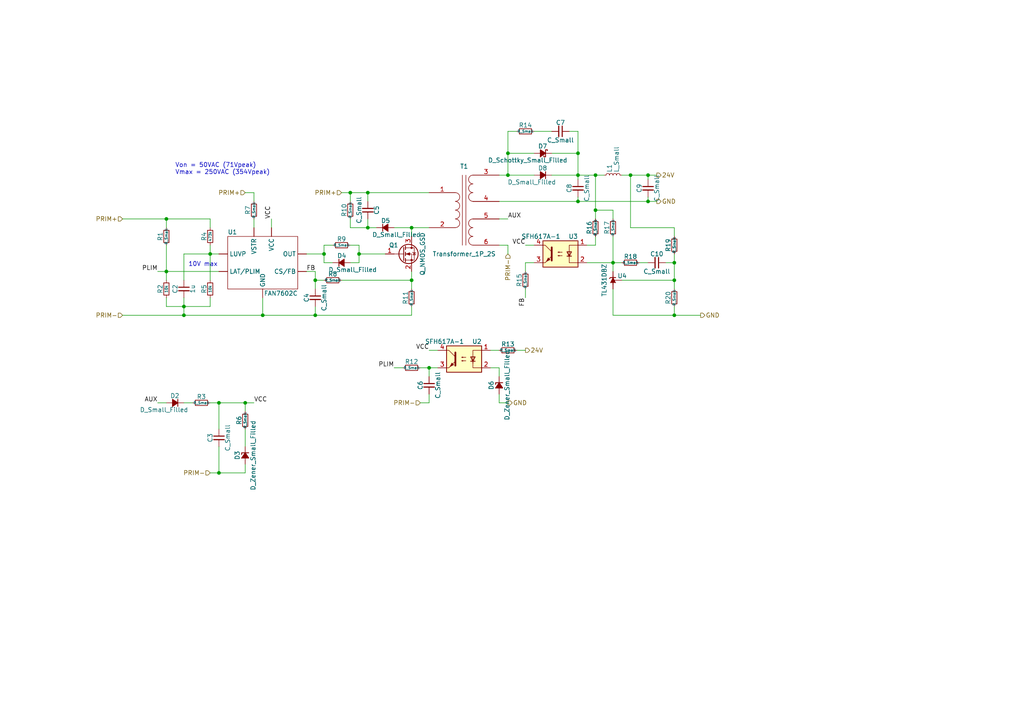
<source format=kicad_sch>
(kicad_sch (version 20211123) (generator eeschema)
  (paper "A4")
  (lib_symbols
    (symbol "DX-MON:FAN7602C" (pin_numbers hide)
      (property "Reference" "U" (at -10.16 8.89 0))
      (property "Value" "FAN7602C" (at 10.16 -8.89 0))
      (symbol "FAN7602C_0_1"
        (rectangle (start -10.16 7.62) (end 10.16 -7.62) (stroke (width 0.1524)))
      )
      (symbol "FAN7602C_1_1"
        (pin input line (at -12.7 2.54 0) (length 2.54) (name "LUVP") (number "1"))
        (pin input line (at -12.7 -2.54 0) (length 2.54) (name "LAT/PLIM") (number "2"))
        (pin input line (at 12.7 -2.54 180) (length 2.54) (name "CS/FB") (number "3"))
        (pin power_in line (at 0 -10.16 90) (length 2.54) (name "GND") (number "4"))
        (pin output line (at 12.7 2.54 180) (length 2.54) (name "OUT") (number "5"))
        (pin power_in line (at 2.54 10.16 270) (length 2.54) (name "VCC") (number "6"))
        (pin no_connect line (at 2.54 -7.62 90) (length 2.54) hide (name "NC") (number "7"))
        (pin power_in line (at -2.54 10.16 270) (length 2.54) (name "VSTR") (number "8"))
      )
    )
    (symbol "Device:C_Small" (pin_numbers hide) (pin_names (offset 0.254) hide)
      (property "Reference" "C" (at 0.254 1.778 0))
      (property "Value" "C_Small" (at 0.254 -2.032 0))
      (symbol "C_Small_0_1"
        (polyline (pts (xy -1.524 -0.508) (xy 1.524 -0.508)) (stroke (width 0.3302)))
        (polyline (pts (xy -1.524 0.508) (xy 1.524 0.508)) (stroke (width 0.3048)))
      )
      (symbol "C_Small_1_1"
        (pin passive line (at 0 2.54 270) (length 2.032) (name "~") (number "1"))
        (pin passive line (at 0 -2.54 90) (length 2.032) (name "~") (number "2"))
      )
    )
    (symbol "Device:D_Schottky_Small_Filled" (pin_numbers hide) (pin_names (offset 0.254) hide)
      (property "Reference" "D" (at -1.27 2.032 0))
      (property "Value" "D_Schottky_Small_Filled" (at -7.112 -2.032 0))
      (symbol "D_Schottky_Small_Filled_0_1"
        (polyline (pts (xy -0.762 0) (xy 0.762 0)))
        (polyline (pts (xy 0.762 -1.016) (xy -0.762 0) (xy 0.762 1.016) (xy 0.762 -1.016)) (stroke (width 0.254)) (fill (type outline)))
        (polyline (pts (xy -1.27 0.762) (xy -1.27 1.016) (xy -0.762 1.016) (xy -0.762 -1.016) (xy -0.254 -1.016) (xy -0.254 -0.762)) (stroke (width 0.254)))
      )
      (symbol "D_Schottky_Small_Filled_1_1"
        (pin passive line (at -2.54 0 0) (length 1.778) (name "K") (number "1"))
        (pin passive line (at 2.54 0 180) (length 1.778) (name "A") (number "2"))
      )
    )
    (symbol "Device:D_Small_Filled" (pin_numbers hide) (pin_names (offset 0.254) hide)
      (property "Reference" "D" (at -1.27 2.032 0))
      (property "Value" "D_Small_Filled" (at -3.81 -2.032 0))
      (symbol "D_Small_Filled_0_1"
        (polyline (pts (xy -0.762 -1.016) (xy -0.762 1.016)) (stroke (width 0.254)))
        (polyline (pts (xy -0.762 0) (xy 0.762 0)))
        (polyline (pts (xy 0.762 -1.016) (xy -0.762 0) (xy 0.762 1.016) (xy 0.762 -1.016)) (stroke (width 0.254)) (fill (type outline)))
      )
      (symbol "D_Small_Filled_1_1"
        (pin passive line (at -2.54 0 0) (length 1.778) (name "K") (number "1"))
        (pin passive line (at 2.54 0 180) (length 1.778) (name "A") (number "2"))
      )
    )
    (symbol "Device:D_Zener_Small_Filled" (pin_numbers hide) (pin_names (offset 0.254) hide)
      (property "Reference" "D" (at 0 2.286 0))
      (property "Value" "D_Zener_Small_Filled" (at 0 -2.286 0))
      (symbol "D_Zener_Small_Filled_0_1"
        (polyline (pts (xy 0.762 0) (xy -0.762 0)))
        (polyline (pts (xy -0.254 1.016) (xy -0.762 1.016) (xy -0.762 -1.016)) (stroke (width 0.254)))
        (polyline (pts (xy 0.762 1.016) (xy -0.762 0) (xy 0.762 -1.016) (xy 0.762 1.016)) (stroke (width 0.254)) (fill (type outline)))
      )
      (symbol "D_Zener_Small_Filled_1_1"
        (pin passive line (at -2.54 0 0) (length 1.778) (name "K") (number "1"))
        (pin passive line (at 2.54 0 180) (length 1.778) (name "A") (number "2"))
      )
    )
    (symbol "Device:L_Small" (pin_numbers hide) (pin_names (offset 0.254) hide)
      (property "Reference" "L" (at 0.762 1.016 0))
      (property "Value" "L_Small" (at 0.762 -1.016 0))
      (symbol "L_Small_0_1"
        (arc (start 0 -2.032) (mid 0.508 -1.524) (end 0 -1.016))
        (arc (start 0 -1.016) (mid 0.508 -0.508) (end 0 0))
        (arc (start 0 0) (mid 0.508 0.508) (end 0 1.016))
        (arc (start 0 1.016) (mid 0.508 1.524) (end 0 2.032))
      )
      (symbol "L_Small_1_1"
        (pin passive line (at 0 2.54 270) (length 0.508) (name "~") (number "1"))
        (pin passive line (at 0 -2.54 90) (length 0.508) (name "~") (number "2"))
      )
    )
    (symbol "Device:Q_NMOS_GSD" (pin_names (offset 0) hide)
      (property "Reference" "Q" (at 5.08 1.27 0))
      (property "Value" "Q_NMOS_GSD" (at 5.08 -1.27 0))
      (symbol "Q_NMOS_GSD_0_1"
        (polyline (pts (xy 0.254 0) (xy -2.54 0)))
        (polyline (pts (xy 0.254 1.905) (xy 0.254 -1.905)) (stroke (width 0.254)))
        (polyline (pts (xy 0.762 -1.27) (xy 0.762 -2.286)) (stroke (width 0.254)))
        (polyline (pts (xy 0.762 0.508) (xy 0.762 -0.508)) (stroke (width 0.254)))
        (polyline (pts (xy 0.762 2.286) (xy 0.762 1.27)) (stroke (width 0.254)))
        (polyline (pts (xy 2.54 2.54) (xy 2.54 1.778)))
        (polyline (pts (xy 2.54 -2.54) (xy 2.54 0) (xy 0.762 0)))
        (polyline (pts (xy 0.762 -1.778) (xy 3.302 -1.778) (xy 3.302 1.778) (xy 0.762 1.778)))
        (polyline (pts (xy 1.016 0) (xy 2.032 0.381) (xy 2.032 -0.381) (xy 1.016 0)) (fill (type outline)))
        (polyline (pts (xy 2.794 0.508) (xy 2.921 0.381) (xy 3.683 0.381) (xy 3.81 0.254)))
        (polyline (pts (xy 3.302 0.381) (xy 2.921 -0.254) (xy 3.683 -0.254) (xy 3.302 0.381)))
        (circle (center 1.651 0) (radius 2.794) (stroke (width 0.254)))
        (circle (center 2.54 -1.778) (radius 0.254) (fill (type outline)))
        (circle (center 2.54 1.778) (radius 0.254) (fill (type outline)))
      )
      (symbol "Q_NMOS_GSD_1_1"
        (pin input line (at -5.08 0 0) (length 2.54) (name "G") (number "1"))
        (pin passive line (at 2.54 -5.08 90) (length 2.54) (name "S") (number "2"))
        (pin passive line (at 2.54 5.08 270) (length 2.54) (name "D") (number "3"))
      )
    )
    (symbol "Device:R_Small" (pin_numbers hide) (pin_names (offset 0.254) hide)
      (property "Reference" "R" (at 0.762 0.508 0))
      (property "Value" "R_Small" (at 0.762 -1.016 0))
      (symbol "R_Small_0_1"
        (rectangle (start -0.762 1.778) (end 0.762 -1.778) (stroke (width 0.2032)))
      )
      (symbol "R_Small_1_1"
        (pin passive line (at 0 2.54 270) (length 0.762) (name "~") (number "1"))
        (pin passive line (at 0 -2.54 90) (length 0.762) (name "~") (number "2"))
      )
    )
    (symbol "Device:Transformer_1P_2S" (pin_names (offset 1.016) hide)
      (property "Reference" "T" (at 0 12.7 0))
      (property "Value" "Transformer_1P_2S" (at 0 -12.7 0))
      (symbol "Transformer_1P_2S_0_1"
        (arc (start -2.54 -5.0546) (mid -1.6561 -4.6863) (end -1.27 -3.81))
        (arc (start -2.54 -2.5146) (mid -1.6561 -2.1463) (end -1.27 -1.27))
        (arc (start -2.54 0.0254) (mid -1.6561 0.3937) (end -1.27 1.27))
        (arc (start -2.54 2.5654) (mid -1.6561 2.9337) (end -1.27 3.81))
        (arc (start -1.27 -3.81) (mid -1.642 -2.912) (end -2.54 -2.54))
        (arc (start -1.27 -1.27) (mid -1.642 -0.372) (end -2.54 0))
        (arc (start -1.27 1.27) (mid -1.642 2.168) (end -2.54 2.54))
        (arc (start -1.27 3.81) (mid -1.642 4.708) (end -2.54 5.08))
        (polyline (pts (xy -0.508 -10.16) (xy -0.508 10.16)))
        (polyline (pts (xy 0.508 10.16) (xy 0.508 -10.16)))
        (arc (start 1.2954 -8.89) (mid 1.6599 -9.7701) (end 2.54 -10.1346))
        (arc (start 1.2954 -6.35) (mid 1.6599 -7.2301) (end 2.54 -7.5946))
        (arc (start 1.2954 -3.81) (mid 1.6599 -4.6901) (end 2.54 -5.0546))
        (arc (start 1.2954 3.81) (mid 1.6599 2.9299) (end 2.54 2.5654))
        (arc (start 1.2954 6.35) (mid 1.6599 5.4699) (end 2.54 5.1054))
        (arc (start 1.2954 8.89) (mid 1.6599 8.0099) (end 2.54 7.6454))
        (arc (start 2.54 -7.62) (mid 1.6456 -7.9883) (end 1.2954 -8.89))
        (arc (start 2.54 -5.08) (mid 1.6456 -5.4483) (end 1.2954 -6.35))
        (arc (start 2.54 -2.54) (mid 1.6456 -2.9083) (end 1.2954 -3.81))
        (arc (start 2.54 5.08) (mid 1.6456 4.7117) (end 1.2954 3.81))
        (arc (start 2.54 7.62) (mid 1.6456 7.2517) (end 1.2954 6.35))
        (arc (start 2.54 10.16) (mid 1.6456 9.7917) (end 1.2954 8.89))
      )
      (symbol "Transformer_1P_2S_1_1"
        (pin passive line (at -10.16 5.08 0) (length 7.62) (name "AA") (number "1"))
        (pin passive line (at -10.16 -5.08 0) (length 7.62) (name "AB") (number "2"))
        (pin passive line (at 10.16 10.16 180) (length 7.62) (name "SA") (number "3"))
        (pin passive line (at 10.16 2.54 180) (length 7.62) (name "SB") (number "4"))
        (pin passive line (at 10.16 -2.54 180) (length 7.62) (name "SC") (number "5"))
        (pin passive line (at 10.16 -10.16 180) (length 7.62) (name "SD") (number "6"))
      )
    )
    (symbol "Isolator:SFH617A-1" (pin_names (offset 1.016))
      (property "Reference" "U" (at -5.08 5.08 0))
      (property "Value" "SFH617A-1" (at 0 5.08 0))
      (symbol "SFH617A-1_0_1"
        (rectangle (start -5.08 3.81) (end 5.08 -3.81) (stroke (width 0.254)) (fill (type background)))
        (polyline (pts (xy -3.175 -0.635) (xy -1.905 -0.635)) (stroke (width 0.254)))
        (polyline (pts (xy 2.54 0.635) (xy 4.445 2.54)))
        (polyline (pts (xy 4.445 -2.54) (xy 2.54 -0.635)) (fill (type outline)))
        (polyline (pts (xy 4.445 -2.54) (xy 5.08 -2.54)))
        (polyline (pts (xy 4.445 2.54) (xy 5.08 2.54)))
        (polyline (pts (xy -2.54 -0.635) (xy -2.54 -2.54) (xy -5.08 -2.54)))
        (polyline (pts (xy 2.54 1.905) (xy 2.54 -1.905) (xy 2.54 -1.905)) (stroke (width 0.508)))
        (polyline (pts (xy -5.08 2.54) (xy -2.54 2.54) (xy -2.54 -1.27) (xy -2.54 0.635)))
        (polyline (pts (xy -2.54 -0.635) (xy -3.175 0.635) (xy -1.905 0.635) (xy -2.54 -0.635)) (stroke (width 0.254)))
        (polyline (pts (xy -0.508 -0.508) (xy 0.762 -0.508) (xy 0.381 -0.635) (xy 0.381 -0.381) (xy 0.762 -0.508)))
        (polyline (pts (xy -0.508 0.508) (xy 0.762 0.508) (xy 0.381 0.381) (xy 0.381 0.635) (xy 0.762 0.508)))
        (polyline (pts (xy 3.048 -1.651) (xy 3.556 -1.143) (xy 4.064 -2.159) (xy 3.048 -1.651) (xy 3.048 -1.651)) (fill (type outline)))
      )
      (symbol "SFH617A-1_1_1"
        (pin passive line (at -7.62 2.54 0) (length 2.54) (name "~") (number "1"))
        (pin passive line (at -7.62 -2.54 0) (length 2.54) (name "~") (number "2"))
        (pin passive line (at 7.62 -2.54 180) (length 2.54) (name "~") (number "3"))
        (pin passive line (at 7.62 2.54 180) (length 2.54) (name "~") (number "4"))
      )
    )
    (symbol "Reference_Voltage:TL431DBZ" (pin_numbers hide) (pin_names hide)
      (property "Reference" "U" (at -2.54 2.54 0))
      (property "Value" "TL431DBZ" (at 0 -2.54 0))
      (symbol "TL431DBZ_0_1"
        (polyline (pts (xy -1.27 0) (xy 0 0) (xy 1.27 0)))
        (polyline (pts (xy -0.762 0.762) (xy 0.762 0) (xy -0.762 -0.762)) (fill (type outline)))
        (polyline (pts (xy 0.508 -1.016) (xy 0.762 -0.762) (xy 0.762 0.762) (xy 0.762 0.762)) (stroke (width 0.254)))
      )
      (symbol "TL431DBZ_1_1"
        (pin passive line (at 2.54 0 180) (length 2.54) (name "K") (number "1"))
        (pin passive line (at 0 2.54 270) (length 2.54) (name "REF") (number "2"))
        (pin passive line (at -2.54 0 0) (length 2.54) (name "A") (number "3"))
      )
    )
  )
  (junction (at 182.88 50.8))
  (junction (at 187.96 50.8))
  (junction (at 172.72 60.96))
  (junction (at 167.64 44.45))
  (junction (at 119.38 81.28))
  (junction (at 53.34 91.44))
  (junction (at 48.26 63.5))
  (junction (at 195.58 91.44))
  (junction (at 147.32 44.45))
  (junction (at 195.58 81.28))
  (junction (at 167.64 58.42))
  (junction (at 71.12 116.84))
  (junction (at 124.46 106.68))
  (junction (at 53.34 88.9))
  (junction (at 48.26 78.74))
  (junction (at 104.14 73.66))
  (junction (at 195.58 76.2))
  (junction (at 63.5 116.84))
  (junction (at 76.2 91.44))
  (junction (at 101.6 55.88))
  (junction (at 177.8 76.2))
  (junction (at 119.38 66.04))
  (junction (at 63.5 137.16))
  (junction (at 172.72 50.8))
  (junction (at 106.68 55.88))
  (junction (at 60.96 73.66))
  (junction (at 91.44 91.44))
  (junction (at 147.32 50.8))
  (junction (at 91.44 81.28))
  (junction (at 106.68 66.04))
  (junction (at 167.64 50.8))
  (junction (at 187.96 58.42))
  (junction (at 93.98 73.66))
  (wire (pts (xy 60.96 81.28) (xy 60.96 73.66)))
  (wire (pts (xy 152.4 71.12) (xy 154.94 71.12)))
  (wire (pts (xy 60.96 137.16) (xy 63.5 137.16)))
  (wire (pts (xy 177.8 63.5) (xy 177.8 60.96)))
  (wire (pts (xy 48.26 63.5) (xy 60.96 63.5)))
  (wire (pts (xy 144.78 101.6) (xy 142.24 101.6)))
  (wire (pts (xy 124.46 116.84) (xy 124.46 114.3)))
  (wire (pts (xy 71.12 124.46) (xy 71.12 129.54)))
  (wire (pts (xy 78.74 63.5) (xy 78.74 66.04)))
  (wire (pts (xy 48.26 78.74) (xy 63.5 78.74)))
  (wire (pts (xy 177.8 76.2) (xy 177.8 68.58)))
  (wire (pts (xy 187.96 76.2) (xy 185.42 76.2)))
  (wire (pts (xy 48.26 71.12) (xy 48.26 78.74)))
  (wire (pts (xy 160.02 38.1) (xy 154.94 38.1)))
  (wire (pts (xy 167.64 58.42) (xy 187.96 58.42)))
  (wire (pts (xy 124.46 109.22) (xy 124.46 106.68)))
  (wire (pts (xy 182.88 50.8) (xy 182.88 66.04)))
  (wire (pts (xy 63.5 116.84) (xy 71.12 116.84)))
  (wire (pts (xy 119.38 66.04) (xy 119.38 68.58)))
  (wire (pts (xy 142.24 106.68) (xy 144.78 106.68)))
  (wire (pts (xy 53.34 116.84) (xy 55.88 116.84)))
  (wire (pts (xy 35.56 91.44) (xy 53.34 91.44)))
  (wire (pts (xy 152.4 76.2) (xy 152.4 78.74)))
  (wire (pts (xy 195.58 88.9) (xy 195.58 91.44)))
  (wire (pts (xy 93.98 71.12) (xy 93.98 73.66)))
  (wire (pts (xy 114.3 66.04) (xy 119.38 66.04)))
  (wire (pts (xy 167.64 44.45) (xy 167.64 50.8)))
  (wire (pts (xy 101.6 63.5) (xy 101.6 66.04)))
  (wire (pts (xy 53.34 73.66) (xy 60.96 73.66)))
  (wire (pts (xy 147.32 63.5) (xy 144.78 63.5)))
  (wire (pts (xy 99.06 81.28) (xy 119.38 81.28)))
  (wire (pts (xy 172.72 50.8) (xy 172.72 60.96)))
  (wire (pts (xy 60.96 86.36) (xy 60.96 88.9)))
  (wire (pts (xy 167.64 50.8) (xy 172.72 50.8)))
  (wire (pts (xy 187.96 50.8) (xy 190.5 50.8)))
  (wire (pts (xy 104.14 71.12) (xy 104.14 73.66)))
  (wire (pts (xy 144.78 116.84) (xy 147.32 116.84)))
  (wire (pts (xy 45.72 116.84) (xy 48.26 116.84)))
  (wire (pts (xy 147.32 50.8) (xy 147.32 44.45)))
  (wire (pts (xy 144.78 116.84) (xy 144.78 114.3)))
  (wire (pts (xy 195.58 81.28) (xy 195.58 83.82)))
  (wire (pts (xy 121.92 106.68) (xy 124.46 106.68)))
  (wire (pts (xy 195.58 76.2) (xy 195.58 81.28)))
  (wire (pts (xy 53.34 88.9) (xy 53.34 91.44)))
  (wire (pts (xy 93.98 76.2) (xy 96.52 76.2)))
  (wire (pts (xy 48.26 63.5) (xy 48.26 66.04)))
  (wire (pts (xy 154.94 44.45) (xy 147.32 44.45)))
  (wire (pts (xy 182.88 50.8) (xy 187.96 50.8)))
  (wire (pts (xy 144.78 106.68) (xy 144.78 109.22)))
  (wire (pts (xy 170.18 76.2) (xy 177.8 76.2)))
  (wire (pts (xy 71.12 116.84) (xy 71.12 119.38)))
  (wire (pts (xy 45.72 78.74) (xy 48.26 78.74)))
  (wire (pts (xy 167.64 57.15) (xy 167.64 58.42)))
  (wire (pts (xy 93.98 73.66) (xy 93.98 76.2)))
  (wire (pts (xy 76.2 91.44) (xy 91.44 91.44)))
  (wire (pts (xy 99.06 55.88) (xy 101.6 55.88)))
  (wire (pts (xy 60.96 88.9) (xy 53.34 88.9)))
  (wire (pts (xy 73.66 55.88) (xy 73.66 58.42)))
  (wire (pts (xy 121.92 116.84) (xy 124.46 116.84)))
  (wire (pts (xy 195.58 91.44) (xy 203.2 91.44)))
  (wire (pts (xy 71.12 55.88) (xy 73.66 55.88)))
  (wire (pts (xy 53.34 91.44) (xy 76.2 91.44)))
  (wire (pts (xy 71.12 134.62) (xy 71.12 137.16)))
  (wire (pts (xy 53.34 86.36) (xy 53.34 88.9)))
  (wire (pts (xy 165.1 38.1) (xy 167.64 38.1)))
  (wire (pts (xy 109.22 66.04) (xy 106.68 66.04)))
  (wire (pts (xy 149.86 101.6) (xy 152.4 101.6)))
  (wire (pts (xy 35.56 63.5) (xy 48.26 63.5)))
  (wire (pts (xy 91.44 91.44) (xy 119.38 91.44)))
  (wire (pts (xy 172.72 60.96) (xy 172.72 63.5)))
  (wire (pts (xy 167.64 58.42) (xy 144.78 58.42)))
  (wire (pts (xy 187.96 57.15) (xy 187.96 58.42)))
  (wire (pts (xy 76.2 86.36) (xy 76.2 91.44)))
  (wire (pts (xy 187.96 52.07) (xy 187.96 50.8)))
  (wire (pts (xy 48.26 81.28) (xy 48.26 78.74)))
  (wire (pts (xy 119.38 83.82) (xy 119.38 81.28)))
  (wire (pts (xy 147.32 38.1) (xy 149.86 38.1)))
  (wire (pts (xy 60.96 73.66) (xy 63.5 73.66)))
  (wire (pts (xy 119.38 66.04) (xy 124.46 66.04)))
  (wire (pts (xy 60.96 116.84) (xy 63.5 116.84)))
  (wire (pts (xy 101.6 71.12) (xy 104.14 71.12)))
  (wire (pts (xy 170.18 71.12) (xy 172.72 71.12)))
  (wire (pts (xy 101.6 58.42) (xy 101.6 55.88)))
  (wire (pts (xy 167.64 38.1) (xy 167.64 44.45)))
  (wire (pts (xy 71.12 137.16) (xy 63.5 137.16)))
  (wire (pts (xy 101.6 66.04) (xy 106.68 66.04)))
  (wire (pts (xy 73.66 116.84) (xy 71.12 116.84)))
  (wire (pts (xy 96.52 71.12) (xy 93.98 71.12)))
  (wire (pts (xy 106.68 55.88) (xy 106.68 58.42)))
  (wire (pts (xy 91.44 88.9) (xy 91.44 91.44)))
  (wire (pts (xy 175.26 50.8) (xy 172.72 50.8)))
  (wire (pts (xy 152.4 86.36) (xy 152.4 83.82)))
  (wire (pts (xy 124.46 106.68) (xy 127 106.68)))
  (wire (pts (xy 144.78 71.12) (xy 147.32 71.12)))
  (wire (pts (xy 60.96 71.12) (xy 60.96 73.66)))
  (wire (pts (xy 91.44 78.74) (xy 91.44 81.28)))
  (wire (pts (xy 119.38 81.28) (xy 119.38 78.74)))
  (wire (pts (xy 104.14 73.66) (xy 111.76 73.66)))
  (wire (pts (xy 88.9 78.74) (xy 91.44 78.74)))
  (wire (pts (xy 101.6 55.88) (xy 106.68 55.88)))
  (wire (pts (xy 167.64 50.8) (xy 160.02 50.8)))
  (wire (pts (xy 144.78 50.8) (xy 147.32 50.8)))
  (wire (pts (xy 177.8 60.96) (xy 172.72 60.96)))
  (wire (pts (xy 63.5 137.16) (xy 63.5 129.54)))
  (wire (pts (xy 124.46 101.6) (xy 127 101.6)))
  (wire (pts (xy 106.68 66.04) (xy 106.68 63.5)))
  (wire (pts (xy 193.04 76.2) (xy 195.58 76.2)))
  (wire (pts (xy 154.94 50.8) (xy 147.32 50.8)))
  (wire (pts (xy 195.58 66.04) (xy 182.88 66.04)))
  (wire (pts (xy 60.96 63.5) (xy 60.96 66.04)))
  (wire (pts (xy 187.96 58.42) (xy 190.5 58.42)))
  (wire (pts (xy 48.26 88.9) (xy 53.34 88.9)))
  (wire (pts (xy 147.32 73.66) (xy 147.32 71.12)))
  (wire (pts (xy 88.9 73.66) (xy 93.98 73.66)))
  (wire (pts (xy 101.6 76.2) (xy 104.14 76.2)))
  (wire (pts (xy 154.94 76.2) (xy 152.4 76.2)))
  (wire (pts (xy 91.44 81.28) (xy 91.44 83.82)))
  (wire (pts (xy 53.34 81.28) (xy 53.34 73.66)))
  (wire (pts (xy 195.58 73.66) (xy 195.58 76.2)))
  (wire (pts (xy 177.8 76.2) (xy 177.8 78.74)))
  (wire (pts (xy 180.34 81.28) (xy 195.58 81.28)))
  (wire (pts (xy 180.34 76.2) (xy 177.8 76.2)))
  (wire (pts (xy 114.3 106.68) (xy 116.84 106.68)))
  (wire (pts (xy 167.64 52.07) (xy 167.64 50.8)))
  (wire (pts (xy 195.58 68.58) (xy 195.58 66.04)))
  (wire (pts (xy 172.72 71.12) (xy 172.72 68.58)))
  (wire (pts (xy 180.34 50.8) (xy 182.88 50.8)))
  (wire (pts (xy 124.46 55.88) (xy 106.68 55.88)))
  (wire (pts (xy 160.02 44.45) (xy 167.64 44.45)))
  (wire (pts (xy 147.32 44.45) (xy 147.32 38.1)))
  (wire (pts (xy 177.8 91.44) (xy 195.58 91.44)))
  (wire (pts (xy 73.66 63.5) (xy 73.66 66.04)))
  (wire (pts (xy 104.14 76.2) (xy 104.14 73.66)))
  (wire (pts (xy 93.98 81.28) (xy 91.44 81.28)))
  (wire (pts (xy 177.8 83.82) (xy 177.8 91.44)))
  (wire (pts (xy 63.5 124.46) (xy 63.5 116.84)))
  (wire (pts (xy 119.38 88.9) (xy 119.38 91.44)))
  (wire (pts (xy 48.26 86.36) (xy 48.26 88.9)))
  (text "10V max" (at 54.61 77.47 0) (effects (font (size 1.27 1.27)) (justify left bottom)))
  (text "Von = 50VAC (71Vpeak)\nVmax = 250VAC (354Vpeak)" (at 50.8 50.8 0) (effects (font (size 1.27 1.27)) (justify left bottom)))
  (label "FB" (at 152.4 86.36 270))
  (label "VCC" (at 152.4 71.12 180))
  (label "FB" (at 88.9 78.74 0))
  (label "AUX" (at 147.32 63.5 0))
  (label "VCC" (at 73.66 116.84 0))
  (label "PLIM" (at 45.72 78.74 180))
  (label "VCC" (at 124.46 101.6 180))
  (label "PLIM" (at 114.3 106.68 180))
  (label "AUX" (at 45.72 116.84 180))
  (label "VCC" (at 78.74 63.5 90))
  (hierarchical_label "PRIM-" (shape input) (at 60.96 137.16 180))
  (hierarchical_label "GND" (shape output) (at 147.32 116.84 0))
  (hierarchical_label "24V" (shape output) (at 190.5 50.8 0))
  (hierarchical_label "PRIM-" (shape input) (at 147.32 73.66 270))
  (hierarchical_label "PRIM+" (shape input) (at 99.06 55.88 180))
  (hierarchical_label "PRIM+" (shape input) (at 35.56 63.5 180))
  (hierarchical_label "PRIM+" (shape input) (at 71.12 55.88 180))
  (hierarchical_label "PRIM-" (shape input) (at 121.92 116.84 180))
  (hierarchical_label "GND" (shape output) (at 190.5 58.42 0))
  (hierarchical_label "GND" (shape output) (at 203.2 91.44 0))
  (hierarchical_label "PRIM-" (shape input) (at 35.56 91.44 180))
  (hierarchical_label "24V" (shape output) (at 152.4 101.6 0))
  (symbol (lib_id "Device:R_Small") (at 147.32 101.6 270) (unit 1)
    (property "Reference" "R13" (at 147.32 99.822 90))
    (property "Value" "R_Small" (at 147.32 101.6 90) (effects (font (size 0.762 0.762))))
  )
  (symbol (lib_id "Device:D_Small_Filled") (at 99.06 76.2 0) (unit 1)
    (property "Reference" "D4" (at 97.79 74.168 0) (effects (justify left)))
    (property "Value" "D_Small_Filled" (at 95.25 78.232 0) (effects (justify left)))
  )
  (symbol (lib_id "Device:L_Small") (at 177.8 50.8 90) (unit 1)
    (property "Reference" "L1" (at 176.784 50.038 0) (effects (justify left)))
    (property "Value" "L_Small" (at 178.816 50.038 0) (effects (justify left)))
  )
  (symbol (lib_id "Device:R_Small") (at 195.58 86.36 0) (unit 1)
    (property "Reference" "R20" (at 193.802 86.36 90))
    (property "Value" "R_Small" (at 195.58 86.36 90) (effects (font (size 0.762 0.762))))
  )
  (symbol (lib_id "Device:C_Small") (at 91.44 86.36 0) (unit 1)
    (property "Reference" "C4" (at 88.9 86.36 90))
    (property "Value" "C_Small" (at 93.98 86.36 90))
  )
  (symbol (lib_id "Device:R_Small") (at 119.38 106.68 270) (unit 1)
    (property "Reference" "R12" (at 119.38 104.902 90))
    (property "Value" "R_Small" (at 119.38 106.68 90) (effects (font (size 0.762 0.762))))
  )
  (symbol (lib_id "Device:C_Small") (at 162.56 38.1 270) (unit 1)
    (property "Reference" "C7" (at 162.56 35.56 90))
    (property "Value" "C_Small" (at 162.56 40.64 90))
  )
  (symbol (lib_id "Device:D_Small_Filled") (at 50.8 116.84 0) (mirror y) (unit 1)
    (property "Reference" "D2" (at 52.07 114.808 0) (effects (justify left)))
    (property "Value" "D_Small_Filled" (at 54.61 118.872 0) (effects (justify left)))
  )
  (symbol (lib_id "Device:R_Small") (at 48.26 68.58 0) (unit 1)
    (property "Reference" "R1" (at 46.482 68.58 90))
    (property "Value" "R_Small" (at 48.26 68.58 90) (effects (font (size 0.762 0.762))))
  )
  (symbol (lib_id "Device:R_Small") (at 177.8 66.04 0) (unit 1)
    (property "Reference" "R17" (at 176.022 66.04 90))
    (property "Value" "R_Small" (at 177.8 66.04 90) (effects (font (size 0.762 0.762))))
  )
  (symbol (lib_id "Device:R_Small") (at 73.66 60.96 0) (unit 1)
    (property "Reference" "R7" (at 71.882 60.96 90))
    (property "Value" "R_Small" (at 73.66 60.96 90) (effects (font (size 0.762 0.762))))
  )
  (symbol (lib_id "Device:D_Schottky_Small_Filled") (at 157.48 44.45 0) (mirror y) (unit 1)
    (property "Reference" "D7" (at 158.75 42.418 0) (effects (justify left)))
    (property "Value" "D_Schottky_Small_Filled" (at 164.592 46.482 0) (effects (justify left)))
  )
  (symbol (lib_id "Isolator:SFH617A-1") (at 162.56 73.66 0) (mirror y) (unit 1)
    (property "Reference" "U3" (at 167.64 68.58 0) (effects (justify left)))
    (property "Value" "SFH617A-1" (at 162.56 68.58 0) (effects (justify left)))
    (property "Footprint" "Package_DIP:DIP-4_W7.62mm" (effects hide))
    (property "Datasheet" "http://www.vishay.com/docs/83740/sfh617a.pdf" (effects hide))
  )
  (symbol (lib_id "Device:C_Small") (at 124.46 111.76 0) (unit 1)
    (property "Reference" "C6" (at 121.92 111.76 90))
    (property "Value" "C_Small" (at 127 111.76 90))
  )
  (symbol (lib_id "Device:R_Small") (at 96.52 81.28 270) (unit 1)
    (property "Reference" "R8" (at 96.52 79.502 90))
    (property "Value" "R_Small" (at 96.52 81.28 90) (effects (font (size 0.762 0.762))))
  )
  (symbol (lib_id "Device:C_Small") (at 63.5 127 0) (unit 1)
    (property "Reference" "C3" (at 60.96 127 90))
    (property "Value" "C_Small" (at 66.04 127 90))
  )
  (symbol (lib_id "Reference_Voltage:TL431DBZ") (at 177.8 81.28 270) (mirror x) (unit 1)
    (property "Reference" "U4" (at 179.07 80.01 90) (effects (justify left)))
    (property "Value" "TL431DBZ" (at 175.26 81.28 0))
    (property "Footprint" "Package_TO_SOT_SMD:SOT-23" (effects hide))
    (property "Datasheet" "http://www.ti.com/lit/ds/symlink/tl431.pdf" (effects hide))
  )
  (symbol (lib_id "Device:C_Small") (at 53.34 83.82 0) (unit 1)
    (property "Reference" "C2" (at 50.8 83.82 90))
    (property "Value" "1u" (at 55.88 83.82 90))
  )
  (symbol (lib_id "Device:R_Small") (at 172.72 66.04 0) (unit 1)
    (property "Reference" "R16" (at 170.942 66.04 90))
    (property "Value" "R_Small" (at 172.72 66.04 90) (effects (font (size 0.762 0.762))))
  )
  (symbol (lib_id "Device:R_Small") (at 119.38 86.36 0) (unit 1)
    (property "Reference" "R11" (at 117.602 86.36 90))
    (property "Value" "R_Small" (at 119.38 86.36 90) (effects (font (size 0.762 0.762))))
  )
  (symbol (lib_id "Device:R_Small") (at 48.26 83.82 0) (unit 1)
    (property "Reference" "R2" (at 46.482 83.82 90))
    (property "Value" "10k" (at 48.26 83.82 90) (effects (font (size 0.762 0.762))))
  )
  (symbol (lib_id "Device:D_Small_Filled") (at 111.76 66.04 0) (unit 1)
    (property "Reference" "D5" (at 110.49 64.008 0) (effects (justify left)))
    (property "Value" "D_Small_Filled" (at 107.95 68.072 0) (effects (justify left)))
  )
  (symbol (lib_id "Device:D_Zener_Small_Filled") (at 144.78 111.76 90) (mirror x) (unit 1)
    (property "Reference" "D6" (at 142.494 111.76 0))
    (property "Value" "D_Zener_Small_Filled" (at 147.066 111.76 0))
  )
  (symbol (lib_id "Device:Q_NMOS_GSD") (at 116.84 73.66 0) (unit 1)
    (property "Reference" "Q1" (at 115.57 71.12 0) (effects (justify right)))
    (property "Value" "Q_NMOS_GSD" (at 122.555 73.66 90))
  )
  (symbol (lib_id "Device:Transformer_1P_2S") (at 134.62 60.96 0) (unit 1)
    (property "Reference" "T1" (at 134.62 48.26 0))
    (property "Value" "Transformer_1P_2S" (at 134.62 73.66 0))
  )
  (symbol (lib_id "Device:R_Small") (at 182.88 76.2 270) (unit 1)
    (property "Reference" "R18" (at 182.88 74.422 90))
    (property "Value" "R_Small" (at 182.88 76.2 90) (effects (font (size 0.762 0.762))))
  )
  (symbol (lib_id "Device:R_Small") (at 60.96 83.82 0) (unit 1)
    (property "Reference" "R5" (at 59.182 83.82 90))
    (property "Value" "10k" (at 60.96 83.82 90) (effects (font (size 0.762 0.762))))
  )
  (symbol (lib_id "Device:R_Small") (at 152.4 81.28 0) (unit 1)
    (property "Reference" "R15" (at 150.622 81.28 90))
    (property "Value" "R_Small" (at 152.4 81.28 90) (effects (font (size 0.762 0.762))))
  )
  (symbol (lib_id "Device:C_Small") (at 106.68 60.96 180) (unit 1)
    (property "Reference" "C5" (at 109.22 60.96 90))
    (property "Value" "C_Small" (at 104.14 60.96 90))
  )
  (symbol (lib_id "Device:D_Zener_Small_Filled") (at 71.12 132.08 90) (mirror x) (unit 1)
    (property "Reference" "D3" (at 68.834 132.08 0))
    (property "Value" "D_Zener_Small_Filled" (at 73.406 132.08 0))
  )
  (symbol (lib_id "Device:R_Small") (at 99.06 71.12 270) (unit 1)
    (property "Reference" "R9" (at 99.06 69.342 90))
    (property "Value" "R_Small" (at 99.06 71.12 90) (effects (font (size 0.762 0.762))))
  )
  (symbol (lib_id "Device:R_Small") (at 58.42 116.84 270) (unit 1)
    (property "Reference" "R3" (at 58.42 115.062 90))
    (property "Value" "R_Small" (at 58.42 116.84 90) (effects (font (size 0.762 0.762))))
  )
  (symbol (lib_id "DX-MON:FAN7602C") (at 76.2 76.2 0) (unit 1)
    (property "Reference" "U1" (at 66.04 67.31 0) (effects (justify left)))
    (property "Value" "FAN7602C" (at 86.36 85.09 0) (effects (justify right)))
  )
  (symbol (lib_id "Device:R_Small") (at 152.4 38.1 270) (unit 1)
    (property "Reference" "R14" (at 152.4 36.322 90))
    (property "Value" "R_Small" (at 152.4 38.1 90) (effects (font (size 0.762 0.762))))
  )
  (symbol (lib_id "Device:R_Small") (at 71.12 121.92 0) (unit 1)
    (property "Reference" "R6" (at 69.342 121.92 90))
    (property "Value" "R_Small" (at 71.12 121.92 90) (effects (font (size 0.762 0.762))))
  )
  (symbol (lib_id "Device:C_Small") (at 190.5 76.2 270) (unit 1)
    (property "Reference" "C10" (at 190.5 73.66 90))
    (property "Value" "C_Small" (at 190.5 78.74 90))
  )
  (symbol (lib_id "Device:R_Small") (at 195.58 71.12 0) (unit 1)
    (property "Reference" "R19" (at 193.802 71.12 90))
    (property "Value" "R_Small" (at 195.58 71.12 90) (effects (font (size 0.762 0.762))))
  )
  (symbol (lib_id "Device:C_Small") (at 167.64 54.61 0) (unit 1)
    (property "Reference" "C8" (at 165.1 54.61 90))
    (property "Value" "C_Small" (at 170.18 54.61 90))
  )
  (symbol (lib_id "Device:C_Small") (at 187.96 54.61 0) (unit 1)
    (property "Reference" "C9" (at 185.42 54.61 90))
    (property "Value" "C_Small" (at 190.5 54.61 90))
  )
  (symbol (lib_id "Device:R_Small") (at 101.6 60.96 0) (unit 1)
    (property "Reference" "R10" (at 99.822 60.96 90))
    (property "Value" "R_Small" (at 101.6 60.96 90) (effects (font (size 0.762 0.762))))
  )
  (symbol (lib_id "Device:D_Small_Filled") (at 157.48 50.8 0) (mirror y) (unit 1)
    (property "Reference" "D8" (at 158.75 48.768 0) (effects (justify left)))
    (property "Value" "D_Small_Filled" (at 161.29 52.832 0) (effects (justify left)))
  )
  (symbol (lib_id "Device:R_Small") (at 60.96 68.58 0) (unit 1)
    (property "Reference" "R4" (at 59.182 68.58 90))
    (property "Value" "473k" (at 60.96 68.58 90) (effects (font (size 0.762 0.762))))
  )
  (symbol (lib_id "Isolator:SFH617A-1") (at 134.62 104.14 0) (mirror y) (unit 1)
    (property "Reference" "U2" (at 139.7 99.06 0) (effects (justify left)))
    (property "Value" "SFH617A-1" (at 134.62 99.06 0) (effects (justify left)))
    (property "Footprint" "Package_DIP:DIP-4_W7.62mm" (effects hide))
    (property "Datasheet" "http://www.vishay.com/docs/83740/sfh617a.pdf" (effects hide))
  )
)
</source>
